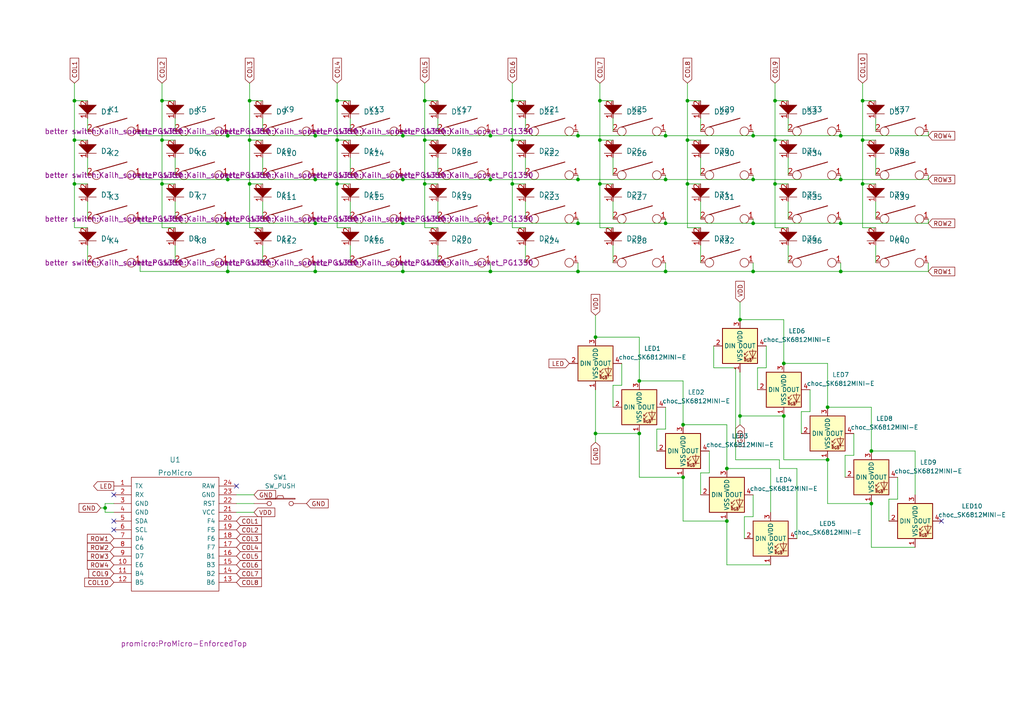
<source format=kicad_sch>
(kicad_sch (version 20211123) (generator eeschema)
  (paper "A4")
  (title_block (title "minikb_v3"))
  (lib_symbols
    (symbol "choc_SK6812MINI-E_1"
      (property "Reference" "LED5" (at 16.51 4.3307 0))
      (property "Value" "choc_SK6812MINI-E_1" (at 16.51 1.7907 0))
      (symbol "choc_SK6812MINI-E_1_0_0"
        (text "RGB" (at 2.286 -4.191 0) (effects (font (size 0.762 0.762))))
      )
      (symbol "choc_SK6812MINI-E_1_1_1"
        (pin power_in line (at 0 -7.62 90) (length 2.54) (name "VSS") (number "1"))
        (pin input line (at -7.62 0 0) (length 2.54) (name "DIN") (number "2"))
        (pin power_in line (at 0 7.62 270) (length 2.54) (name "VDD") (number "3"))
        (pin output line (at 7.62 0 180) (length 2.54) (name "DOUT") (number "4"))
      )
    )
    (symbol "choc_SK6812MINI-E_2"
      (property "Reference" "LED5" (at 16.51 4.3307 0))
      (property "Value" "choc_SK6812MINI-E_2" (at 16.51 1.7907 0))
      (symbol "choc_SK6812MINI-E_2_0_0"
        (text "RGB" (at 2.286 -4.191 0) (effects (font (size 0.762 0.762))))
      )
      (symbol "choc_SK6812MINI-E_2_1_1"
        (pin power_in line (at 0 -7.62 90) (length 2.54) (name "VSS") (number "1"))
        (pin input line (at -7.62 0 0) (length 2.54) (name "DIN") (number "2"))
        (pin power_in line (at 0 7.62 270) (length 2.54) (name "VDD") (number "3"))
        (pin output line (at 7.62 0 180) (length 2.54) (name "DOUT") (number "4"))
      )
    )
    (symbol "choc_SK6812MINI-E_3"
      (property "Reference" "LED5" (at 16.51 4.3307 0))
      (property "Value" "choc_SK6812MINI-E_3" (at 16.51 1.7907 0))
      (symbol "choc_SK6812MINI-E_3_0_0"
        (text "RGB" (at 2.286 -4.191 0) (effects (font (size 0.762 0.762))))
      )
      (symbol "choc_SK6812MINI-E_3_1_1"
        (pin power_in line (at 0 -7.62 90) (length 2.54) (name "VSS") (number "1"))
        (pin input line (at -7.62 0 0) (length 2.54) (name "DIN") (number "2"))
        (pin power_in line (at 0 7.62 270) (length 2.54) (name "VDD") (number "3"))
        (pin output line (at 7.62 0 180) (length 2.54) (name "DOUT") (number "4"))
      )
    )
    (symbol "choc_SK6812MINI-E_4"
      (property "Reference" "LED5" (at 16.51 4.3307 0))
      (property "Value" "choc_SK6812MINI-E_4" (at 16.51 1.7907 0))
      (symbol "choc_SK6812MINI-E_4_0_0"
        (text "RGB" (at 2.286 -4.191 0) (effects (font (size 0.762 0.762))))
      )
      (symbol "choc_SK6812MINI-E_4_1_1"
        (pin power_in line (at 0 -7.62 90) (length 2.54) (name "VSS") (number "1"))
        (pin input line (at -7.62 0 0) (length 2.54) (name "DIN") (number "2"))
        (pin power_in line (at 0 7.62 270) (length 2.54) (name "VDD") (number "3"))
        (pin output line (at 7.62 0 180) (length 2.54) (name "DOUT") (number "4"))
      )
    )
    (symbol "choc_SK6812MINI-E_5"
      (property "Reference" "LED5" (at 16.51 4.3307 0))
      (property "Value" "choc_SK6812MINI-E_5" (at 16.51 1.7907 0))
      (symbol "choc_SK6812MINI-E_5_0_0"
        (text "RGB" (at 2.286 -4.191 0) (effects (font (size 0.762 0.762))))
      )
      (symbol "choc_SK6812MINI-E_5_1_1"
        (pin power_in line (at 0 -7.62 90) (length 2.54) (name "VSS") (number "1"))
        (pin input line (at -7.62 0 0) (length 2.54) (name "DIN") (number "2"))
        (pin power_in line (at 0 7.62 270) (length 2.54) (name "VDD") (number "3"))
        (pin output line (at 7.62 0 180) (length 2.54) (name "DOUT") (number "4"))
      )
    )
    (symbol "choc_SK6812MINI-E_6"
      (property "Reference" "LED5" (at 16.51 4.3307 0))
      (property "Value" "choc_SK6812MINI-E_6" (at 16.51 1.7907 0))
      (symbol "choc_SK6812MINI-E_6_0_0"
        (text "RGB" (at 2.286 -4.191 0) (effects (font (size 0.762 0.762))))
      )
      (symbol "choc_SK6812MINI-E_6_1_1"
        (pin power_in line (at 0 -7.62 90) (length 2.54) (name "VSS") (number "1"))
        (pin input line (at -7.62 0 0) (length 2.54) (name "DIN") (number "2"))
        (pin power_in line (at 0 7.62 270) (length 2.54) (name "VDD") (number "3"))
        (pin output line (at 7.62 0 180) (length 2.54) (name "DOUT") (number "4"))
      )
    )
    (symbol "choc_SK6812MINI-E_7"
      (property "Reference" "LED5" (at 16.51 4.3307 0))
      (property "Value" "choc_SK6812MINI-E_7" (at 16.51 1.7907 0))
      (symbol "choc_SK6812MINI-E_7_0_0"
        (text "RGB" (at 2.286 -4.191 0) (effects (font (size 0.762 0.762))))
      )
      (symbol "choc_SK6812MINI-E_7_1_1"
        (pin power_in line (at 0 -7.62 90) (length 2.54) (name "VSS") (number "1"))
        (pin input line (at -7.62 0 0) (length 2.54) (name "DIN") (number "2"))
        (pin power_in line (at 0 7.62 270) (length 2.54) (name "VDD") (number "3"))
        (pin output line (at 7.62 0 180) (length 2.54) (name "DOUT") (number "4"))
      )
    )
    (symbol "choc_SK6812MINI-E_8"
      (property "Reference" "LED5" (at 16.51 4.3307 0))
      (property "Value" "choc_SK6812MINI-E_8" (at 16.51 1.7907 0))
      (symbol "choc_SK6812MINI-E_8_0_0"
        (text "RGB" (at 2.286 -4.191 0) (effects (font (size 0.762 0.762))))
      )
      (symbol "choc_SK6812MINI-E_8_1_1"
        (pin power_in line (at 0 -7.62 90) (length 2.54) (name "VSS") (number "1"))
        (pin input line (at -7.62 0 0) (length 2.54) (name "DIN") (number "2"))
        (pin power_in line (at 0 7.62 270) (length 2.54) (name "VDD") (number "3"))
        (pin output line (at 7.62 0 180) (length 2.54) (name "DOUT") (number "4"))
      )
    )
    (symbol "choc_SK6812MINI-E_9"
      (property "Reference" "LED5" (at 16.51 4.3307 0))
      (property "Value" "choc_SK6812MINI-E_9" (at 16.51 1.7907 0))
      (symbol "choc_SK6812MINI-E_9_0_0"
        (text "RGB" (at 2.286 -4.191 0) (effects (font (size 0.762 0.762))))
      )
      (symbol "choc_SK6812MINI-E_9_1_1"
        (pin power_in line (at 0 -7.62 90) (length 2.54) (name "VSS") (number "1"))
        (pin input line (at -7.62 0 0) (length 2.54) (name "DIN") (number "2"))
        (pin power_in line (at 0 7.62 270) (length 2.54) (name "VDD") (number "3"))
        (pin output line (at 7.62 0 180) (length 2.54) (name "DOUT") (number "4"))
      )
    )
    (symbol "keyboard parts:choc_SK6812MINI-E"
      (property "Reference" "LED5" (at 16.51 4.3307 0))
      (property "Value" "choc_SK6812MINI-E" (at 16.51 1.7907 0))
      (symbol "choc_SK6812MINI-E_0_0"
        (text "RGB" (at 2.286 -4.191 0) (effects (font (size 0.762 0.762))))
      )
      (symbol "choc_SK6812MINI-E_1_1"
        (pin power_in line (at 0 -7.62 90) (length 2.54) (name "VSS") (number "1"))
        (pin input line (at -7.62 0 0) (length 2.54) (name "DIN") (number "2"))
        (pin power_in line (at 0 7.62 270) (length 2.54) (name "VDD") (number "3"))
        (pin output line (at 7.62 0 180) (length 2.54) (name "DOUT") (number "4"))
      )
    )
    (symbol "keyboard:D" (pin_names (offset 1.016))
      (property "Reference" "D" (at -3.81 -1.27 90))
      (symbol "D_1_1"
        (pin passive line (at 0 1.27 270) (length 1.27) (name "~") (number "1"))
        (pin passive line (at 0 -3.81 90) (length 1.27) (name "~") (number "2"))
      )
    )
    (symbol "keyboard:KEYSW" (pin_names (offset 1.016))
      (property "Reference" "K?" (at -1.27 0 0))
      (symbol "KEYSW_1_1"
        (pin passive line (at 7.62 0 180) (length 1.27) (name "~") (number "1"))
        (pin passive line (at -7.62 0 0) (length 1.27) (name "~") (number "2"))
      )
    )
    (symbol "keyboard:SW_PUSH" (pin_numbers hide) (pin_names (offset 1.016) hide)
      (property "Reference" "SW" (at 3.81 2.794 0))
      (property "Value" "SW_PUSH" (at 0 -2.032 0))
      (symbol "SW_PUSH_0_1"
        (pin passive inverted (at -7.62 0 0) (length 5.08) (name "1") (number "1"))
        (pin passive inverted (at 7.62 0 180) (length 5.08) (name "2") (number "2"))
      )
    )
    (symbol "promicro:ProMicro" (pin_names (offset 1.016))
      (property "Reference" "U" (at 0 24.13 0))
      (property "Value" "ProMicro" (at 0 -13.97 0))
      (symbol "ProMicro_1_1"
        (pin bidirectional line (at -17.78 19.05 0) (length 5.08) (name "TX") (number "1"))
        (pin bidirectional line (at -17.78 -3.81 0) (length 5.08) (name "E6") (number "10"))
        (pin bidirectional line (at -17.78 -6.35 0) (length 5.08) (name "B4") (number "11"))
        (pin bidirectional line (at -17.78 -8.89 0) (length 5.08) (name "B5") (number "12"))
        (pin bidirectional line (at 17.78 -8.89 180) (length 5.08) (name "B6") (number "13"))
        (pin bidirectional line (at 17.78 -6.35 180) (length 5.08) (name "B2") (number "14"))
        (pin bidirectional line (at 17.78 -3.81 180) (length 5.08) (name "B3") (number "15"))
        (pin bidirectional line (at 17.78 -1.27 180) (length 5.08) (name "B1") (number "16"))
        (pin bidirectional line (at 17.78 1.27 180) (length 5.08) (name "F7") (number "17"))
        (pin bidirectional line (at 17.78 3.81 180) (length 5.08) (name "F6") (number "18"))
        (pin bidirectional line (at 17.78 6.35 180) (length 5.08) (name "F5") (number "19"))
        (pin bidirectional line (at -17.78 16.51 0) (length 5.08) (name "RX") (number "2"))
        (pin bidirectional line (at 17.78 8.89 180) (length 5.08) (name "F4") (number "20"))
        (pin power_in line (at 17.78 11.43 180) (length 5.08) (name "VCC") (number "21"))
        (pin input line (at 17.78 13.97 180) (length 5.08) (name "RST") (number "22"))
        (pin power_in line (at 17.78 16.51 180) (length 5.08) (name "GND") (number "23"))
        (pin power_out line (at 17.78 19.05 180) (length 5.08) (name "RAW") (number "24"))
        (pin power_in line (at -17.78 13.97 0) (length 5.08) (name "GND") (number "3"))
        (pin power_in line (at -17.78 11.43 0) (length 5.08) (name "GND") (number "4"))
        (pin bidirectional line (at -17.78 8.89 0) (length 5.08) (name "SDA") (number "5"))
        (pin bidirectional line (at -17.78 6.35 0) (length 5.08) (name "SCL") (number "6"))
        (pin bidirectional line (at -17.78 3.81 0) (length 5.08) (name "D4") (number "7"))
        (pin bidirectional line (at -17.78 1.27 0) (length 5.08) (name "C6") (number "8"))
        (pin bidirectional line (at -17.78 -1.27 0) (length 5.08) (name "D7") (number "9"))
      )
    )
  )
  (junction (at 173.99 40.64))
  (junction (at 240.03 118.11))
  (junction (at 214.63 120.65))
  (junction (at 142.24 78.74))
  (junction (at 199.39 29.21))
  (junction (at 173.99 29.21))
  (junction (at 72.39 40.64))
  (junction (at 148.59 40.64))
  (junction (at 30.48 147.32))
  (junction (at 21.59 29.21))
  (junction (at 243.84 64.77))
  (junction (at 116.84 64.77))
  (junction (at 167.64 64.77))
  (junction (at 210.82 151.13))
  (junction (at 116.84 39.37))
  (junction (at 46.99 53.34))
  (junction (at 173.99 53.34))
  (junction (at 46.99 29.21))
  (junction (at 148.59 29.21))
  (junction (at 116.84 78.74))
  (junction (at 148.59 53.34))
  (junction (at 123.19 40.64))
  (junction (at 185.42 125.73))
  (junction (at 167.64 78.74))
  (junction (at 199.39 40.64))
  (junction (at 218.44 39.37))
  (junction (at 116.84 52.07))
  (junction (at 91.44 39.37))
  (junction (at 243.84 39.37))
  (junction (at 97.79 40.64))
  (junction (at 91.44 64.77))
  (junction (at 185.42 110.49))
  (junction (at 66.04 64.77))
  (junction (at 218.44 64.77))
  (junction (at 218.44 78.74))
  (junction (at 252.73 130.81))
  (junction (at 123.19 29.21))
  (junction (at 142.24 64.77))
  (junction (at 46.99 40.64))
  (junction (at 227.33 120.65))
  (junction (at 97.79 29.21))
  (junction (at 240.03 133.35))
  (junction (at 142.24 39.37))
  (junction (at 97.79 53.34))
  (junction (at 91.44 52.07))
  (junction (at 252.73 146.05))
  (junction (at 218.44 52.07))
  (junction (at 198.12 138.43))
  (junction (at 66.04 39.37))
  (junction (at 91.44 78.74))
  (junction (at 199.39 53.34))
  (junction (at 142.24 52.07))
  (junction (at 224.79 40.64))
  (junction (at 250.19 29.21))
  (junction (at 193.04 64.77))
  (junction (at 198.12 123.19))
  (junction (at 214.63 92.71))
  (junction (at 21.59 40.64))
  (junction (at 193.04 78.74))
  (junction (at 21.59 53.34))
  (junction (at 66.04 78.74))
  (junction (at 167.64 39.37))
  (junction (at 210.82 135.89))
  (junction (at 224.79 29.21))
  (junction (at 172.72 125.73))
  (junction (at 72.39 29.21))
  (junction (at 250.19 40.64))
  (junction (at 167.64 52.07))
  (junction (at 123.19 53.34))
  (junction (at 193.04 52.07))
  (junction (at 227.33 105.41))
  (junction (at 66.04 52.07))
  (junction (at 250.19 53.34))
  (junction (at 243.84 78.74))
  (junction (at 224.79 53.34))
  (junction (at 193.04 39.37))
  (junction (at 243.84 52.07))
  (junction (at 72.39 53.34))
  (junction (at 172.72 97.79))
  (no_connect (at 68.58 140.97))
  (no_connect (at 33.02 151.13))
  (no_connect (at 33.02 153.67))
  (no_connect (at 33.02 143.51))
  (no_connect (at 273.05 151.13))
  (wire (pts (xy 91.44 78.74) (xy 116.84 78.74)))
  (wire (pts (xy 116.84 52.07) (xy 142.24 52.07)))
  (wire (pts (xy 180.34 105.41) (xy 180.34 111.76)))
  (wire (pts (xy 199.39 29.21) (xy 203.2 29.21)))
  (wire (pts (xy 193.04 64.77) (xy 193.04 63.5)))
  (wire (pts (xy 173.99 29.21) (xy 177.8 29.21)))
  (wire (pts (xy 116.84 64.77) (xy 116.84 63.5)))
  (wire (pts (xy 91.44 78.74) (xy 91.44 76.2)))
  (wire (pts (xy 193.04 124.46) (xy 190.5 124.46)))
  (wire (pts (xy 254 58.42) (xy 254 63.5)))
  (wire (pts (xy 265.43 130.81) (xy 265.43 143.51)))
  (wire (pts (xy 116.84 78.74) (xy 142.24 78.74)))
  (wire (pts (xy 177.8 58.42) (xy 177.8 63.5)))
  (wire (pts (xy 21.59 53.34) (xy 21.59 66.04)))
  (wire (pts (xy 33.02 146.05) (xy 30.48 146.05)))
  (wire (pts (xy 46.99 53.34) (xy 50.8 53.34)))
  (wire (pts (xy 91.44 64.77) (xy 91.44 63.5)))
  (wire (pts (xy 97.79 29.21) (xy 101.6 29.21)))
  (wire (pts (xy 101.6 45.72) (xy 101.6 50.8)))
  (wire (pts (xy 72.39 24.13) (xy 72.39 29.21)))
  (wire (pts (xy 21.59 53.34) (xy 25.4 53.34)))
  (wire (pts (xy 66.04 64.77) (xy 66.04 63.5)))
  (wire (pts (xy 207.01 106.68) (xy 207.01 100.33)))
  (wire (pts (xy 218.44 52.07) (xy 243.84 52.07)))
  (wire (pts (xy 142.24 52.07) (xy 167.64 52.07)))
  (wire (pts (xy 72.39 29.21) (xy 76.2 29.21)))
  (wire (pts (xy 76.2 71.12) (xy 76.2 76.2)))
  (wire (pts (xy 199.39 40.64) (xy 203.2 40.64)))
  (wire (pts (xy 210.82 163.83) (xy 223.52 163.83)))
  (wire (pts (xy 123.19 24.13) (xy 123.19 29.21)))
  (wire (pts (xy 173.99 53.34) (xy 177.8 53.34)))
  (wire (pts (xy 46.99 40.64) (xy 46.99 53.34)))
  (wire (pts (xy 252.73 130.81) (xy 265.43 130.81)))
  (wire (pts (xy 198.12 123.19) (xy 210.82 123.19)))
  (wire (pts (xy 224.79 53.34) (xy 228.6 53.34)))
  (wire (pts (xy 152.4 34.29) (xy 152.4 38.1)))
  (wire (pts (xy 101.6 71.12) (xy 101.6 76.2)))
  (wire (pts (xy 250.19 53.34) (xy 254 53.34)))
  (wire (pts (xy 148.59 29.21) (xy 152.4 29.21)))
  (wire (pts (xy 97.79 40.64) (xy 101.6 40.64)))
  (wire (pts (xy 257.81 144.78) (xy 257.81 151.13)))
  (wire (pts (xy 167.64 39.37) (xy 193.04 39.37)))
  (wire (pts (xy 231.14 135.89) (xy 226.06 135.89)))
  (wire (pts (xy 260.35 144.78) (xy 257.81 144.78)))
  (wire (pts (xy 46.99 40.64) (xy 50.8 40.64)))
  (wire (pts (xy 240.03 146.05) (xy 252.73 146.05)))
  (wire (pts (xy 46.99 29.21) (xy 46.99 40.64)))
  (wire (pts (xy 243.84 64.77) (xy 243.84 63.5)))
  (wire (pts (xy 214.63 92.71) (xy 227.33 92.71)))
  (wire (pts (xy 50.8 29.21) (xy 46.99 29.21)))
  (wire (pts (xy 76.2 58.42) (xy 76.2 63.5)))
  (wire (pts (xy 46.99 66.04) (xy 50.8 66.04)))
  (wire (pts (xy 116.84 39.37) (xy 142.24 39.37)))
  (wire (pts (xy 224.79 29.21) (xy 228.6 29.21)))
  (wire (pts (xy 25.4 34.29) (xy 25.4 38.1)))
  (wire (pts (xy 97.79 24.13) (xy 97.79 29.21)))
  (wire (pts (xy 269.24 78.74) (xy 269.24 76.2)))
  (wire (pts (xy 199.39 66.04) (xy 203.2 66.04)))
  (wire (pts (xy 193.04 78.74) (xy 193.04 76.2)))
  (wire (pts (xy 214.63 87.63) (xy 214.63 92.71)))
  (wire (pts (xy 243.84 52.07) (xy 269.24 52.07)))
  (wire (pts (xy 127 34.29) (xy 127 38.1)))
  (wire (pts (xy 210.82 151.13) (xy 210.82 163.83)))
  (wire (pts (xy 76.2 34.29) (xy 76.2 38.1)))
  (wire (pts (xy 224.79 53.34) (xy 224.79 66.04)))
  (wire (pts (xy 250.19 29.21) (xy 250.19 40.64)))
  (wire (pts (xy 185.42 97.79) (xy 185.42 110.49)))
  (wire (pts (xy 116.84 39.37) (xy 116.84 38.1)))
  (wire (pts (xy 30.48 146.05) (xy 30.48 147.32)))
  (wire (pts (xy 167.64 52.07) (xy 167.64 50.8)))
  (wire (pts (xy 214.63 120.65) (xy 214.63 123.19)))
  (wire (pts (xy 25.4 45.72) (xy 25.4 50.8)))
  (wire (pts (xy 72.39 53.34) (xy 72.39 66.04)))
  (wire (pts (xy 148.59 40.64) (xy 148.59 53.34)))
  (wire (pts (xy 123.19 29.21) (xy 123.19 40.64)))
  (wire (pts (xy 76.2 45.72) (xy 76.2 50.8)))
  (wire (pts (xy 224.79 40.64) (xy 228.6 40.64)))
  (wire (pts (xy 123.19 40.64) (xy 127 40.64)))
  (wire (pts (xy 214.63 120.65) (xy 227.33 120.65)))
  (wire (pts (xy 185.42 125.73) (xy 185.42 138.43)))
  (wire (pts (xy 30.48 147.32) (xy 30.48 148.59)))
  (wire (pts (xy 66.04 52.07) (xy 66.04 50.8)))
  (wire (pts (xy 40.64 64.77) (xy 66.04 64.77)))
  (wire (pts (xy 72.39 66.04) (xy 76.2 66.04)))
  (wire (pts (xy 243.84 39.37) (xy 269.24 39.37)))
  (wire (pts (xy 66.04 39.37) (xy 66.04 38.1)))
  (wire (pts (xy 218.44 143.51) (xy 218.44 149.86)))
  (wire (pts (xy 234.95 113.03) (xy 234.95 119.38)))
  (wire (pts (xy 123.19 29.21) (xy 127 29.21)))
  (wire (pts (xy 127 45.72) (xy 127 50.8)))
  (wire (pts (xy 97.79 40.64) (xy 97.79 53.34)))
  (wire (pts (xy 116.84 52.07) (xy 116.84 50.8)))
  (wire (pts (xy 224.79 29.21) (xy 224.79 40.64)))
  (wire (pts (xy 218.44 39.37) (xy 218.44 38.1)))
  (wire (pts (xy 243.84 78.74) (xy 269.24 78.74)))
  (wire (pts (xy 101.6 58.42) (xy 101.6 63.5)))
  (wire (pts (xy 245.11 132.08) (xy 245.11 138.43)))
  (wire (pts (xy 224.79 40.64) (xy 224.79 53.34)))
  (wire (pts (xy 240.03 105.41) (xy 240.03 118.11)))
  (wire (pts (xy 29.21 147.32) (xy 30.48 147.32)))
  (wire (pts (xy 224.79 24.13) (xy 224.79 29.21)))
  (wire (pts (xy 50.8 71.12) (xy 50.8 76.2)))
  (wire (pts (xy 252.73 146.05) (xy 252.73 158.75)))
  (wire (pts (xy 21.59 66.04) (xy 25.4 66.04)))
  (wire (pts (xy 228.6 34.29) (xy 228.6 38.1)))
  (wire (pts (xy 91.44 64.77) (xy 116.84 64.77)))
  (wire (pts (xy 224.79 66.04) (xy 228.6 66.04)))
  (wire (pts (xy 193.04 39.37) (xy 218.44 39.37)))
  (wire (pts (xy 250.19 53.34) (xy 250.19 66.04)))
  (wire (pts (xy 127 71.12) (xy 127 76.2)))
  (wire (pts (xy 97.79 53.34) (xy 101.6 53.34)))
  (wire (pts (xy 190.5 124.46) (xy 190.5 130.81)))
  (wire (pts (xy 203.2 58.42) (xy 203.2 63.5)))
  (wire (pts (xy 46.99 24.13) (xy 46.99 29.21)))
  (wire (pts (xy 50.8 45.72) (xy 50.8 50.8)))
  (wire (pts (xy 167.64 64.77) (xy 193.04 64.77)))
  (wire (pts (xy 203.2 34.29) (xy 203.2 38.1)))
  (wire (pts (xy 50.8 58.42) (xy 50.8 63.5)))
  (wire (pts (xy 123.19 40.64) (xy 123.19 53.34)))
  (wire (pts (xy 50.8 34.29) (xy 50.8 38.1)))
  (wire (pts (xy 218.44 64.77) (xy 243.84 64.77)))
  (wire (pts (xy 40.64 63.5) (xy 40.64 64.77)))
  (wire (pts (xy 198.12 138.43) (xy 198.12 151.13)))
  (wire (pts (xy 142.24 52.07) (xy 142.24 50.8)))
  (wire (pts (xy 177.8 34.29) (xy 177.8 38.1)))
  (wire (pts (xy 173.99 53.34) (xy 173.99 66.04)))
  (wire (pts (xy 213.36 133.35) (xy 226.06 133.35)))
  (wire (pts (xy 167.64 78.74) (xy 167.64 76.2)))
  (wire (pts (xy 254 34.29) (xy 254 38.1)))
  (wire (pts (xy 21.59 29.21) (xy 25.4 29.21)))
  (wire (pts (xy 193.04 52.07) (xy 193.04 50.8)))
  (wire (pts (xy 173.99 66.04) (xy 177.8 66.04)))
  (wire (pts (xy 213.36 133.35) (xy 213.36 106.68)))
  (wire (pts (xy 167.64 78.74) (xy 193.04 78.74)))
  (wire (pts (xy 72.39 53.34) (xy 76.2 53.34)))
  (wire (pts (xy 254 45.72) (xy 254 50.8)))
  (wire (pts (xy 148.59 40.64) (xy 152.4 40.64)))
  (wire (pts (xy 218.44 64.77) (xy 218.44 63.5)))
  (wire (pts (xy 123.19 66.04) (xy 127 66.04)))
  (wire (pts (xy 250.19 40.64) (xy 250.19 53.34)))
  (wire (pts (xy 193.04 78.74) (xy 218.44 78.74)))
  (wire (pts (xy 152.4 58.42) (xy 152.4 63.5)))
  (wire (pts (xy 247.65 125.73) (xy 247.65 132.08)))
  (wire (pts (xy 21.59 24.13) (xy 21.59 29.21)))
  (wire (pts (xy 205.74 130.81) (xy 205.74 137.16)))
  (wire (pts (xy 199.39 53.34) (xy 203.2 53.34)))
  (wire (pts (xy 250.19 40.64) (xy 254 40.64)))
  (wire (pts (xy 173.99 24.13) (xy 173.99 29.21)))
  (wire (pts (xy 73.66 148.59) (xy 68.58 148.59)))
  (wire (pts (xy 172.72 91.44) (xy 172.72 97.79)))
  (wire (pts (xy 250.19 29.21) (xy 254 29.21)))
  (wire (pts (xy 123.19 53.34) (xy 127 53.34)))
  (wire (pts (xy 152.4 71.12) (xy 152.4 76.2)))
  (wire (pts (xy 148.59 53.34) (xy 152.4 53.34)))
  (wire (pts (xy 167.64 52.07) (xy 193.04 52.07)))
  (wire (pts (xy 91.44 39.37) (xy 116.84 39.37)))
  (wire (pts (xy 193.04 52.07) (xy 218.44 52.07)))
  (wire (pts (xy 25.4 71.12) (xy 25.4 76.2)))
  (wire (pts (xy 193.04 64.77) (xy 218.44 64.77)))
  (wire (pts (xy 222.25 106.68) (xy 219.71 106.68)))
  (wire (pts (xy 193.04 118.11) (xy 193.04 124.46)))
  (wire (pts (xy 172.72 125.73) (xy 172.72 128.27)))
  (wire (pts (xy 101.6 34.29) (xy 101.6 38.1)))
  (wire (pts (xy 97.79 53.34) (xy 97.79 66.04)))
  (wire (pts (xy 232.41 119.38) (xy 232.41 125.73)))
  (wire (pts (xy 123.19 53.34) (xy 123.19 66.04)))
  (wire (pts (xy 142.24 78.74) (xy 167.64 78.74)))
  (wire (pts (xy 243.84 64.77) (xy 269.24 64.77)))
  (wire (pts (xy 167.64 39.37) (xy 167.64 38.1)))
  (wire (pts (xy 218.44 78.74) (xy 218.44 76.2)))
  (wire (pts (xy 210.82 135.89) (xy 223.52 135.89)))
  (wire (pts (xy 173.99 40.64) (xy 173.99 53.34)))
  (wire (pts (xy 227.33 92.71) (xy 227.33 105.41)))
  (wire (pts (xy 116.84 64.77) (xy 142.24 64.77)))
  (wire (pts (xy 91.44 52.07) (xy 116.84 52.07)))
  (wire (pts (xy 142.24 39.37) (xy 167.64 39.37)))
  (wire (pts (xy 228.6 45.72) (xy 228.6 50.8)))
  (wire (pts (xy 228.6 58.42) (xy 228.6 63.5)))
  (wire (pts (xy 21.59 29.21) (xy 21.59 40.64)))
  (wire (pts (xy 40.64 76.2) (xy 40.64 78.74)))
  (wire (pts (xy 142.24 78.74) (xy 142.24 76.2)))
  (wire (pts (xy 215.9 149.86) (xy 215.9 156.21)))
  (wire (pts (xy 68.58 146.05) (xy 73.66 146.05)))
  (wire (pts (xy 199.39 24.13) (xy 199.39 29.21)))
  (wire (pts (xy 73.66 143.51) (xy 68.58 143.51)))
  (wire (pts (xy 219.71 106.68) (xy 219.71 113.03)))
  (wire (pts (xy 203.2 71.12) (xy 203.2 76.2)))
  (wire (pts (xy 247.65 132.08) (xy 245.11 132.08)))
  (wire (pts (xy 226.06 135.89) (xy 226.06 133.35)))
  (wire (pts (xy 250.19 24.13) (xy 250.19 29.21)))
  (wire (pts (xy 269.24 64.77) (xy 269.24 63.5)))
  (wire (pts (xy 218.44 52.07) (xy 218.44 50.8)))
  (wire (pts (xy 218.44 149.86) (xy 215.9 149.86)))
  (wire (pts (xy 199.39 53.34) (xy 199.39 66.04)))
  (wire (pts (xy 172.72 125.73) (xy 185.42 125.73)))
  (wire (pts (xy 193.04 39.37) (xy 193.04 38.1)))
  (wire (pts (xy 142.24 64.77) (xy 142.24 63.5)))
  (wire (pts (xy 177.8 111.76) (xy 177.8 118.11)))
  (wire (pts (xy 227.33 105.41) (xy 240.03 105.41)))
  (wire (pts (xy 152.4 45.72) (xy 152.4 50.8)))
  (wire (pts (xy 66.04 52.07) (xy 91.44 52.07)))
  (wire (pts (xy 21.59 40.64) (xy 21.59 53.34)))
  (wire (pts (xy 30.48 148.59) (xy 33.02 148.59)))
  (wire (pts (xy 210.82 123.19) (xy 210.82 135.89)))
  (wire (pts (xy 40.64 78.74) (xy 66.04 78.74)))
  (wire (pts (xy 269.24 39.37) (xy 269.24 38.1)))
  (wire (pts (xy 243.84 39.37) (xy 243.84 38.1)))
  (wire (pts (xy 66.04 39.37) (xy 91.44 39.37)))
  (wire (pts (xy 203.2 137.16) (xy 203.2 143.51)))
  (wire (pts (xy 240.03 133.35) (xy 240.03 146.05)))
  (wire (pts (xy 148.59 53.34) (xy 148.59 66.04)))
  (wire (pts (xy 231.14 156.21) (xy 231.14 135.89)))
  (wire (pts (xy 142.24 64.77) (xy 167.64 64.77)))
  (wire (pts (xy 252.73 118.11) (xy 252.73 130.81)))
  (wire (pts (xy 198.12 151.13) (xy 210.82 151.13)))
  (wire (pts (xy 213.36 106.68) (xy 207.01 106.68)))
  (wire (pts (xy 127 58.42) (xy 127 63.5)))
  (wire (pts (xy 172.72 97.79) (xy 185.42 97.79)))
  (wire (pts (xy 227.33 120.65) (xy 227.33 133.35)))
  (wire (pts (xy 199.39 29.21) (xy 199.39 40.64)))
  (wire (pts (xy 234.95 119.38) (xy 232.41 119.38)))
  (wire (pts (xy 66.04 78.74) (xy 66.04 76.2)))
  (wire (pts (xy 185.42 110.49) (xy 198.12 110.49)))
  (wire (pts (xy 40.64 52.07) (xy 66.04 52.07)))
  (wire (pts (xy 203.2 45.72) (xy 203.2 50.8)))
  (wire (pts (xy 97.79 66.04) (xy 101.6 66.04)))
  (wire (pts (xy 40.64 39.37) (xy 66.04 39.37)))
  (wire (pts (xy 116.84 78.74) (xy 116.84 76.2)))
  (wire (pts (xy 40.64 38.1) (xy 40.64 39.37)))
  (wire (pts (xy 25.4 58.42) (xy 25.4 63.5)))
  (wire (pts (xy 243.84 78.74) (xy 243.84 76.2)))
  (wire (pts (xy 254 71.12) (xy 254 76.2)))
  (wire (pts (xy 214.63 107.95) (xy 214.63 120.65)))
  (wire (pts (xy 91.44 39.37) (xy 91.44 38.1)))
  (wire (pts (xy 167.64 64.77) (xy 167.64 63.5)))
  (wire (pts (xy 72.39 40.64) (xy 76.2 40.64)))
  (wire (pts (xy 97.79 29.21) (xy 97.79 40.64)))
  (wire (pts (xy 66.04 78.74) (xy 91.44 78.74)))
  (wire (pts (xy 173.99 29.21) (xy 173.99 40.64)))
  (wire (pts (xy 177.8 45.72) (xy 177.8 50.8)))
  (wire (pts (xy 218.44 78.74) (xy 243.84 78.74)))
  (wire (pts (xy 260.35 138.43) (xy 260.35 144.78)))
  (wire (pts (xy 228.6 71.12) (xy 228.6 76.2)))
  (wire (pts (xy 222.25 100.33) (xy 222.25 106.68)))
  (wire (pts (xy 218.44 39.37) (xy 243.84 39.37)))
  (wire (pts (xy 21.59 40.64) (xy 25.4 40.64)))
  (wire (pts (xy 91.44 52.07) (xy 91.44 50.8)))
  (wire (pts (xy 185.42 138.43) (xy 198.12 138.43)))
  (wire (pts (xy 142.24 39.37) (xy 142.24 38.1)))
  (wire (pts (xy 269.24 52.07) (xy 269.24 50.8)))
  (wire (pts (xy 46.99 53.34) (xy 46.99 66.04)))
  (wire (pts (xy 177.8 71.12) (xy 177.8 76.2)))
  (wire (pts (xy 227.33 133.35) (xy 240.03 133.35)))
  (wire (pts (xy 40.64 50.8) (xy 40.64 52.07)))
  (wire (pts (xy 66.04 64.77) (xy 91.44 64.77)))
  (wire (pts (xy 172.72 113.03) (xy 172.72 125.73)))
  (wire (pts (xy 252.73 158.75) (xy 265.43 158.75)))
  (wire (pts (xy 198.12 110.49) (xy 198.12 123.19)))
  (wire (pts (xy 148.59 24.13) (xy 148.59 29.21)))
  (wire (pts (xy 173.99 40.64) (xy 177.8 40.64)))
  (wire (pts (xy 72.39 40.64) (xy 72.39 53.34)))
  (wire (pts (xy 72.39 29.21) (xy 72.39 40.64)))
  (wire (pts (xy 199.39 40.64) (xy 199.39 53.34)))
  (wire (pts (xy 148.59 66.04) (xy 152.4 66.04)))
  (wire (pts (xy 250.19 66.04) (xy 254 66.04)))
  (wire (pts (xy 243.84 52.07) (xy 243.84 50.8)))
  (wire (pts (xy 223.52 135.89) (xy 223.52 148.59)))
  (wire (pts (xy 148.59 29.21) (xy 148.59 40.64)))
  (wire (pts (xy 240.03 118.11) (xy 252.73 118.11)))
  (wire (pts (xy 205.74 137.16) (xy 203.2 137.16)))
  (wire (pts (xy 180.34 111.76) (xy 177.8 111.76)))
  (global_label "ROW1" (shape input) (at 269.24 78.74 0) (property "Intersheet References" "${INTERSHEET_REFS}" (effects hide)))
  (global_label "COL1" (shape input) (at 21.59 24.13 90) (property "Intersheet References" "${INTERSHEET_REFS}" (effects hide)))
  (global_label "COL8" (shape input) (at 68.58 168.91 0) (property "Intersheet References" "${INTERSHEET_REFS}" (effects hide)))
  (global_label "COL7" (shape input) (at 68.58 166.37 0) (property "Intersheet References" "${INTERSHEET_REFS}" (effects hide)))
  (global_label "COL5" (shape input) (at 68.58 161.29 0) (property "Intersheet References" "${INTERSHEET_REFS}" (effects hide)))
  (global_label "LED" (shape input) (at 165.1 105.41 180) (property "Intersheet References" "${INTERSHEET_REFS}" (effects hide)))
  (global_label "COL9" (shape input) (at 224.79 24.13 90) (property "Intersheet References" "${INTERSHEET_REFS}" (effects hide)))
  (global_label "COL1" (shape input) (at 68.58 151.13 0) (property "Intersheet References" "${INTERSHEET_REFS}" (effects hide)))
  (global_label "COL3" (shape input) (at 68.58 156.21 0) (property "Intersheet References" "${INTERSHEET_REFS}" (effects hide)))
  (global_label "COL4" (shape input) (at 68.58 158.75 0) (property "Intersheet References" "${INTERSHEET_REFS}" (effects hide)))
  (global_label "VDD" (shape input) (at 214.63 87.63 90) (property "Intersheet References" "${INTERSHEET_REFS}" (effects hide)))
  (global_label "COL8" (shape input) (at 199.39 24.13 90) (property "Intersheet References" "${INTERSHEET_REFS}" (effects hide)))
  (global_label "COL2" (shape input) (at 46.99 24.13 90) (property "Intersheet References" "${INTERSHEET_REFS}" (effects hide)))
  (global_label "COL10" (shape input) (at 33.02 168.91 180) (property "Intersheet References" "${INTERSHEET_REFS}" (effects hide)))
  (global_label "COL2" (shape input) (at 68.58 153.67 0) (property "Intersheet References" "${INTERSHEET_REFS}" (effects hide)))
  (global_label "ROW4" (shape input) (at 269.24 39.37 0) (property "Intersheet References" "${INTERSHEET_REFS}" (effects hide)))
  (global_label "GND" (shape input) (at 29.21 147.32 180) (property "Intersheet References" "${INTERSHEET_REFS}" (effects hide)))
  (global_label "COL6" (shape input) (at 148.59 24.13 90) (property "Intersheet References" "${INTERSHEET_REFS}" (effects hide)))
  (global_label "COL3" (shape input) (at 72.39 24.13 90) (property "Intersheet References" "${INTERSHEET_REFS}" (effects hide)))
  (global_label "GND" (shape input) (at 172.72 128.27 270) (property "Intersheet References" "${INTERSHEET_REFS}" (effects hide)))
  (global_label "COL9" (shape input) (at 33.02 166.37 180) (property "Intersheet References" "${INTERSHEET_REFS}" (effects hide)))
  (global_label "ROW2" (shape input) (at 269.24 64.77 0) (property "Intersheet References" "${INTERSHEET_REFS}" (effects hide)))
  (global_label "ROW1" (shape input) (at 33.02 156.21 180) (property "Intersheet References" "${INTERSHEET_REFS}" (effects hide)))
  (global_label "ROW3" (shape input) (at 269.24 52.07 0) (property "Intersheet References" "${INTERSHEET_REFS}" (effects hide)))
  (global_label "COL7" (shape input) (at 173.99 24.13 90) (property "Intersheet References" "${INTERSHEET_REFS}" (effects hide)))
  (global_label "COL6" (shape input) (at 68.58 163.83 0) (property "Intersheet References" "${INTERSHEET_REFS}" (effects hide)))
  (global_label "ROW2" (shape input) (at 33.02 158.75 180) (property "Intersheet References" "${INTERSHEET_REFS}" (effects hide)))
  (global_label "GND" (shape input) (at 73.66 143.51 0) (property "Intersheet References" "${INTERSHEET_REFS}" (effects hide)))
  (global_label "VDD" (shape input) (at 73.66 148.59 0) (property "Intersheet References" "${INTERSHEET_REFS}" (effects hide)))
  (global_label "VDD" (shape input) (at 172.72 91.44 90) (property "Intersheet References" "${INTERSHEET_REFS}" (effects hide)))
  (global_label "LED" (shape output) (at 33.02 140.97 180) (property "Intersheet References" "${INTERSHEET_REFS}" (effects hide)))
  (global_label "GND" (shape input) (at 88.9 146.05 0) (property "Intersheet References" "${INTERSHEET_REFS}" (effects hide)))
  (global_label "ROW4" (shape input) (at 33.02 163.83 180) (property "Intersheet References" "${INTERSHEET_REFS}" (effects hide)))
  (global_label "COL10" (shape input) (at 250.19 24.13 90) (property "Intersheet References" "${INTERSHEET_REFS}" (effects hide)))
  (global_label "COL4" (shape input) (at 97.79 24.13 90) (property "Intersheet References" "${INTERSHEET_REFS}" (effects hide)))
  (global_label "ROW3" (shape input) (at 33.02 161.29 180) (property "Intersheet References" "${INTERSHEET_REFS}" (effects hide)))
  (global_label "COL5" (shape input) (at 123.19 24.13 90) (property "Intersheet References" "${INTERSHEET_REFS}" (effects hide)))
  (global_label "GND" (shape input) (at 214.63 123.19 270) (property "Intersheet References" "${INTERSHEET_REFS}" (effects hide)))
  (symbol (lib_id "keyboard:KEYSW") (at 134.62 38.1 0) (unit 1)
    (property "Reference" "K17" (at 134.62 31.75 0) (effects (font (size 1.524 1.524))))
    (property "Value" "KEYSW" (effects hide))
    (property "Footprint" "better switch:Kailh_socket_PG1350" (at 134.62 38.1 0) (effects (font (size 1.524 1.524))))
  )
  (symbol (lib_id "keyboard:D") (at 76.2 33.02 180) (unit 1)
    (property "Reference" "D9" (at 80.01 32.385 0) (effects (font (size 1.524 1.524)) (justify right)))
    (property "Value" "D" (effects hide))
    (property "Footprint" "misc:D_axial" (effects hide))
  )
  (symbol (lib_id "keyboard:D") (at 50.8 69.85 180) (unit 1)
    (property "Reference" "D8" (at 54.61 69.215 0) (effects (font (size 1.524 1.524)) (justify right)))
    (property "Value" "D" (effects hide))
    (property "Footprint" "misc:D_axial" (effects hide))
  )
  (symbol (lib_name "choc_SK6812MINI-E_7") (lib_id "keyboard parts:choc_SK6812MINI-E") (at 252.73 138.43 0) (unit 1)
    (property "Reference" "LED9" (at 269.24 134.0993 0))
    (property "Value" "choc_SK6812MINI-E" (at 269.24 136.6393 0))
    (property "Footprint" "led:LED_SK6812_PLCC4_5.0x5.0mm_P3.2mm" (effects hide))
  )
  (symbol (lib_id "keyboard:KEYSW") (at 33.02 76.2 0) (unit 1)
    (property "Reference" "K4" (at 33.02 69.85 0) (effects (font (size 1.524 1.524))))
    (property "Value" "KEYSW" (effects hide))
    (property "Footprint" "better switch:Kailh_socket_PG1350" (at 33.02 76.2 0) (effects (font (size 1.524 1.524))))
  )
  (symbol (lib_id "keyboard:KEYSW") (at 134.62 76.2 0) (unit 1)
    (property "Reference" "K20" (at 134.62 69.85 0) (effects (font (size 1.524 1.524))))
    (property "Value" "KEYSW" (effects hide))
    (property "Footprint" "better switch:Kailh_socket_PG1350" (at 134.62 76.2 0) (effects (font (size 1.524 1.524))))
  )
  (symbol (lib_id "keyboard:KEYSW") (at 58.42 63.5 0) (unit 1)
    (property "Reference" "K7" (at 58.42 57.15 0) (effects (font (size 1.524 1.524))))
    (property "Value" "KEYSW" (effects hide))
    (property "Footprint" "better switch:Kailh_socket_PG1350" (at 58.42 63.5 0) (effects (font (size 1.524 1.524))))
  )
  (symbol (lib_id "keyboard:KEYSW") (at 236.22 63.5 0) (unit 1)
    (property "Reference" "K35" (at 236.22 57.15 0) (effects (font (size 1.524 1.524))))
    (property "Value" "KEYSW" (effects hide))
    (property "Footprint" "better switch:Kailh_socket_PG1350" (effects hide))
  )
  (symbol (lib_id "keyboard:D") (at 203.2 33.02 180) (unit 1)
    (property "Reference" "D29" (at 207.01 32.385 0) (effects (font (size 1.524 1.524)) (justify right)))
    (property "Value" "D" (effects hide))
    (property "Footprint" "misc:D_axial" (effects hide))
  )
  (symbol (lib_id "keyboard:KEYSW") (at 185.42 76.2 0) (unit 1)
    (property "Reference" "K28" (at 185.42 69.85 0) (effects (font (size 1.524 1.524))))
    (property "Value" "KEYSW" (effects hide))
    (property "Footprint" "better switch:Kailh_socket_PG1350" (effects hide))
  )
  (symbol (lib_id "keyboard:D") (at 177.8 44.45 180) (unit 1)
    (property "Reference" "D26" (at 181.61 43.815 0) (effects (font (size 1.524 1.524)) (justify right)))
    (property "Value" "D" (effects hide))
    (property "Footprint" "misc:D_axial" (effects hide))
  )
  (symbol (lib_id "keyboard:D") (at 254 33.02 180) (unit 1)
    (property "Reference" "D37" (at 257.81 32.385 0) (effects (font (size 1.524 1.524)) (justify right)))
    (property "Value" "D" (effects hide))
    (property "Footprint" "misc:D_axial" (effects hide))
  )
  (symbol (lib_id "keyboard:D") (at 152.4 44.45 180) (unit 1)
    (property "Reference" "D22" (at 156.21 43.815 0) (effects (font (size 1.524 1.524)) (justify right)))
    (property "Value" "D" (effects hide))
    (property "Footprint" "misc:D_axial" (effects hide))
  )
  (symbol (lib_id "keyboard:D") (at 203.2 44.45 180) (unit 1)
    (property "Reference" "D30" (at 207.01 43.815 0) (effects (font (size 1.524 1.524)) (justify right)))
    (property "Value" "D" (effects hide))
    (property "Footprint" "misc:D_axial" (effects hide))
  )
  (symbol (lib_id "keyboard:KEYSW") (at 134.62 63.5 0) (unit 1)
    (property "Reference" "K19" (at 134.62 57.15 0) (effects (font (size 1.524 1.524))))
    (property "Value" "KEYSW" (effects hide))
    (property "Footprint" "better switch:Kailh_socket_PG1350" (at 134.62 63.5 0) (effects (font (size 1.524 1.524))))
  )
  (symbol (lib_id "keyboard:KEYSW") (at 236.22 50.8 0) (unit 1)
    (property "Reference" "K34" (at 236.22 44.45 0) (effects (font (size 1.524 1.524))))
    (property "Value" "KEYSW" (effects hide))
    (property "Footprint" "better switch:Kailh_socket_PG1350" (effects hide))
  )
  (symbol (lib_id "keyboard:KEYSW") (at 160.02 38.1 0) (unit 1)
    (property "Reference" "K21" (at 160.02 31.75 0) (effects (font (size 1.524 1.524))))
    (property "Value" "KEYSW" (effects hide))
    (property "Footprint" "better switch:Kailh_socket_PG1350" (effects hide))
  )
  (symbol (lib_id "keyboard:KEYSW") (at 185.42 38.1 0) (unit 1)
    (property "Reference" "K25" (at 185.42 31.75 0) (effects (font (size 1.524 1.524))))
    (property "Value" "KEYSW" (effects hide))
    (property "Footprint" "better switch:Kailh_socket_PG1350" (effects hide))
  )
  (symbol (lib_id "keyboard:D") (at 76.2 57.15 180) (unit 1)
    (property "Reference" "D11" (at 80.01 56.515 0) (effects (font (size 1.524 1.524)) (justify right)))
    (property "Value" "D" (effects hide))
    (property "Footprint" "misc:D_axial" (effects hide))
  )
  (symbol (lib_id "keyboard:KEYSW") (at 33.02 63.5 0) (unit 1)
    (property "Reference" "K3" (at 33.02 57.15 0) (effects (font (size 1.524 1.524))))
    (property "Value" "KEYSW" (effects hide))
    (property "Footprint" "better switch:Kailh_socket_PG1350" (at 33.02 63.5 0) (effects (font (size 1.524 1.524))))
  )
  (symbol (lib_id "keyboard:D") (at 254 57.15 180) (unit 1)
    (property "Reference" "D39" (at 257.81 56.515 0) (effects (font (size 1.524 1.524)) (justify right)))
    (property "Value" "D" (effects hide))
    (property "Footprint" "misc:D_axial" (effects hide))
  )
  (symbol (lib_id "keyboard:KEYSW") (at 83.82 50.8 0) (unit 1)
    (property "Reference" "K10" (at 83.82 44.45 0) (effects (font (size 1.524 1.524))))
    (property "Value" "KEYSW" (effects hide))
    (property "Footprint" "better switch:Kailh_socket_PG1350" (at 83.82 50.8 0) (effects (font (size 1.524 1.524))))
  )
  (symbol (lib_id "keyboard:KEYSW") (at 236.22 38.1 0) (unit 1)
    (property "Reference" "K33" (at 236.22 31.75 0) (effects (font (size 1.524 1.524))))
    (property "Value" "KEYSW" (effects hide))
    (property "Footprint" "better switch:Kailh_socket_PG1350" (effects hide))
  )
  (symbol (lib_id "keyboard:D") (at 203.2 69.85 180) (unit 1)
    (property "Reference" "D32" (at 207.01 69.215 0) (effects (font (size 1.524 1.524)) (justify right)))
    (property "Value" "D" (effects hide))
    (property "Footprint" "misc:D_axial" (effects hide))
  )
  (symbol (lib_id "keyboard:D") (at 76.2 69.85 180) (unit 1)
    (property "Reference" "D12" (at 80.01 69.215 0) (effects (font (size 1.524 1.524)) (justify right)))
    (property "Value" "D" (effects hide))
    (property "Footprint" "misc:D_axial" (effects hide))
  )
  (symbol (lib_id "keyboard:D") (at 127 57.15 180) (unit 1)
    (property "Reference" "D19" (at 130.81 56.515 0) (effects (font (size 1.524 1.524)) (justify right)))
    (property "Value" "D" (effects hide))
    (property "Footprint" "misc:D_axial" (effects hide))
  )
  (symbol (lib_id "promicro:ProMicro") (at 50.8 160.02 0) (unit 1)
    (property "Reference" "U1" (at 50.8 133.35 0) (effects (font (size 1.524 1.524))))
    (property "Value" "ProMicro" (at 50.8 137.16 0) (effects (font (size 1.524 1.524))))
    (property "Footprint" "promicro:ProMicro-EnforcedTop" (at 53.34 186.69 0) (effects (font (size 1.524 1.524))))
  )
  (symbol (lib_name "choc_SK6812MINI-E_8") (lib_id "keyboard parts:choc_SK6812MINI-E") (at 214.63 100.33 0) (unit 1)
    (property "Reference" "LED6" (at 231.14 95.9993 0))
    (property "Value" "choc_SK6812MINI-E" (at 231.14 98.5393 0))
    (property "Footprint" "led:LED_SK6812_PLCC4_5.0x5.0mm_P3.2mm" (effects hide))
  )
  (symbol (lib_id "keyboard:KEYSW") (at 210.82 76.2 0) (unit 1)
    (property "Reference" "K32" (at 210.82 69.85 0) (effects (font (size 1.524 1.524))))
    (property "Value" "KEYSW" (effects hide))
    (property "Footprint" "better switch:Kailh_socket_PG1350" (effects hide))
  )
  (symbol (lib_id "keyboard:KEYSW") (at 210.82 63.5 0) (unit 1)
    (property "Reference" "K31" (at 210.82 57.15 0) (effects (font (size 1.524 1.524))))
    (property "Value" "KEYSW" (effects hide))
    (property "Footprint" "better switch:Kailh_socket_PG1350" (effects hide))
  )
  (symbol (lib_id "keyboard:D") (at 25.4 33.02 180) (unit 1)
    (property "Reference" "D1" (at 29.21 32.385 0) (effects (font (size 1.524 1.524)) (justify right)))
    (property "Value" "D" (effects hide))
    (property "Footprint" "misc:D_axial" (effects hide))
  )
  (symbol (lib_id "keyboard:KEYSW") (at 33.02 38.1 0) (unit 1)
    (property "Reference" "K1" (at 33.02 31.75 0) (effects (font (size 1.524 1.524))))
    (property "Value" "KEYSW" (effects hide))
    (property "Footprint" "better switch:Kailh_socket_PG1350" (at 33.02 38.1 0) (effects (font (size 1.524 1.524))))
  )
  (symbol (lib_id "keyboard:D") (at 177.8 69.85 180) (unit 1)
    (property "Reference" "D28" (at 181.61 69.215 0) (effects (font (size 1.524 1.524)) (justify right)))
    (property "Value" "D" (effects hide))
    (property "Footprint" "misc:D_axial" (effects hide))
  )
  (symbol (lib_id "keyboard:KEYSW") (at 261.62 38.1 0) (unit 1)
    (property "Reference" "K37" (at 261.62 31.75 0) (effects (font (size 1.524 1.524))))
    (property "Value" "KEYSW" (effects hide))
    (property "Footprint" "better switch:Kailh_socket_PG1350" (effects hide))
  )
  (symbol (lib_name "choc_SK6812MINI-E_3") (lib_id "keyboard parts:choc_SK6812MINI-E") (at 198.12 130.81 0) (unit 1)
    (property "Reference" "LED3" (at 214.63 126.4793 0))
    (property "Value" "choc_SK6812MINI-E" (at 214.63 129.0193 0))
    (property "Footprint" "led:LED_SK6812_PLCC4_5.0x5.0mm_P3.2mm" (effects hide))
  )
  (symbol (lib_id "keyboard:D") (at 25.4 69.85 180) (unit 1)
    (property "Reference" "D4" (at 29.21 69.215 0) (effects (font (size 1.524 1.524)) (justify right)))
    (property "Value" "D" (effects hide))
    (property "Footprint" "misc:D_axial" (effects hide))
  )
  (symbol (lib_id "keyboard:D") (at 127 69.85 180) (unit 1)
    (property "Reference" "D20" (at 130.81 69.215 0) (effects (font (size 1.524 1.524)) (justify right)))
    (property "Value" "D" (effects hide))
    (property "Footprint" "misc:D_axial" (effects hide))
  )
  (symbol (lib_id "keyboard:KEYSW") (at 83.82 63.5 0) (unit 1)
    (property "Reference" "K11" (at 83.82 57.15 0) (effects (font (size 1.524 1.524))))
    (property "Value" "KEYSW" (effects hide))
    (property "Footprint" "better switch:Kailh_socket_PG1350" (at 83.82 63.5 0) (effects (font (size 1.524 1.524))))
  )
  (symbol (lib_id "keyboard:D") (at 101.6 57.15 180) (unit 1)
    (property "Reference" "D15" (at 105.41 56.515 0) (effects (font (size 1.524 1.524)) (justify right)))
    (property "Value" "D" (effects hide))
    (property "Footprint" "misc:D_axial" (effects hide))
  )
  (symbol (lib_id "keyboard:KEYSW") (at 83.82 76.2 0) (unit 1)
    (property "Reference" "K12" (at 83.82 69.85 0) (effects (font (size 1.524 1.524))))
    (property "Value" "KEYSW" (effects hide))
    (property "Footprint" "better switch:Kailh_socket_PG1350" (at 83.82 76.2 0) (effects (font (size 1.524 1.524))))
  )
  (symbol (lib_id "keyboard:D") (at 50.8 33.02 180) (unit 1)
    (property "Reference" "D5" (at 54.61 32.385 0) (effects (font (size 1.524 1.524)) (justify right)))
    (property "Value" "D" (effects hide))
    (property "Footprint" "misc:D_axial" (effects hide))
  )
  (symbol (lib_name "choc_SK6812MINI-E_4") (lib_id "keyboard parts:choc_SK6812MINI-E") (at 185.42 118.11 0) (unit 1)
    (property "Reference" "LED2" (at 201.93 113.7793 0))
    (property "Value" "choc_SK6812MINI-E" (at 201.93 116.3193 0))
    (property "Footprint" "led:LED_SK6812_PLCC4_5.0x5.0mm_P3.2mm" (effects hide))
  )
  (symbol (lib_id "keyboard:D") (at 254 44.45 180) (unit 1)
    (property "Reference" "D38" (at 257.81 43.815 0) (effects (font (size 1.524 1.524)) (justify right)))
    (property "Value" "D" (effects hide))
    (property "Footprint" "misc:D_axial" (effects hide))
  )
  (symbol (lib_id "keyboard:D") (at 203.2 57.15 180) (unit 1)
    (property "Reference" "D31" (at 207.01 56.515 0) (effects (font (size 1.524 1.524)) (justify right)))
    (property "Value" "D" (effects hide))
    (property "Footprint" "misc:D_axial" (effects hide))
  )
  (symbol (lib_id "keyboard:KEYSW") (at 160.02 76.2 0) (unit 1)
    (property "Reference" "K24" (at 160.02 69.85 0) (effects (font (size 1.524 1.524))))
    (property "Value" "KEYSW" (effects hide))
    (property "Footprint" "better switch:Kailh_socket_PG1350" (effects hide))
  )
  (symbol (lib_id "keyboard:KEYSW") (at 109.22 50.8 0) (unit 1)
    (property "Reference" "K14" (at 109.22 44.45 0) (effects (font (size 1.524 1.524))))
    (property "Value" "KEYSW" (effects hide))
    (property "Footprint" "better switch:Kailh_socket_PG1350" (at 109.22 50.8 0) (effects (font (size 1.524 1.524))))
  )
  (symbol (lib_id "keyboard:D") (at 101.6 69.85 180) (unit 1)
    (property "Reference" "D16" (at 105.41 69.215 0) (effects (font (size 1.524 1.524)) (justify right)))
    (property "Value" "D" (effects hide))
    (property "Footprint" "misc:D_axial" (effects hide))
  )
  (symbol (lib_id "keyboard:D") (at 127 33.02 180) (unit 1)
    (property "Reference" "D17" (at 130.81 32.385 0) (effects (font (size 1.524 1.524)) (justify right)))
    (property "Value" "D" (effects hide))
    (property "Footprint" "misc:D_axial" (effects hide))
  )
  (symbol (lib_id "keyboard:D") (at 228.6 69.85 180) (unit 1)
    (property "Reference" "D36" (at 232.41 69.215 0) (effects (font (size 1.524 1.524)) (justify right)))
    (property "Value" "D" (effects hide))
    (property "Footprint" "misc:D_axial" (effects hide))
  )
  (symbol (lib_id "keyboard:KEYSW") (at 210.82 38.1 0) (unit 1)
    (property "Reference" "K29" (at 210.82 31.75 0) (effects (font (size 1.524 1.524))))
    (property "Value" "KEYSW" (effects hide))
    (property "Footprint" "better switch:Kailh_socket_PG1350" (effects hide))
  )
  (symbol (lib_id "keyboard:D") (at 25.4 57.15 180) (unit 1)
    (property "Reference" "D3" (at 29.21 56.515 0) (effects (font (size 1.524 1.524)) (justify right)))
    (property "Value" "D" (effects hide))
    (property "Footprint" "misc:D_axial" (effects hide))
  )
  (symbol (lib_name "choc_SK6812MINI-E_5") (lib_id "keyboard parts:choc_SK6812MINI-E") (at 240.03 125.73 0) (unit 1)
    (property "Reference" "LED8" (at 256.54 121.3993 0))
    (property "Value" "choc_SK6812MINI-E" (at 256.54 123.9393 0))
    (property "Footprint" "led:LED_SK6812_PLCC4_5.0x5.0mm_P3.2mm" (effects hide))
  )
  (symbol (lib_id "keyboard:D") (at 127 44.45 180) (unit 1)
    (property "Reference" "D18" (at 130.81 43.815 0) (effects (font (size 1.524 1.524)) (justify right)))
    (property "Value" "D" (effects hide))
    (property "Footprint" "misc:D_axial" (effects hide))
  )
  (symbol (lib_name "choc_SK6812MINI-E_1") (lib_id "keyboard parts:choc_SK6812MINI-E") (at 223.52 156.21 0) (unit 1)
    (property "Reference" "LED5" (at 240.03 151.8793 0))
    (property "Value" "choc_SK6812MINI-E" (at 240.03 154.4193 0))
    (property "Footprint" "led:LED_SK6812_PLCC4_5.0x5.0mm_P3.2mm" (effects hide))
  )
  (symbol (lib_id "keyboard:KEYSW") (at 58.42 50.8 0) (unit 1)
    (property "Reference" "K6" (at 58.42 44.45 0) (effects (font (size 1.524 1.524))))
    (property "Value" "KEYSW" (effects hide))
    (property "Footprint" "better switch:Kailh_socket_PG1350" (at 58.42 50.8 0) (effects (font (size 1.524 1.524))))
  )
  (symbol (lib_id "keyboard:D") (at 50.8 44.45 180) (unit 1)
    (property "Reference" "D6" (at 54.61 43.815 0) (effects (font (size 1.524 1.524)) (justify right)))
    (property "Value" "D" (effects hide))
    (property "Footprint" "misc:D_axial" (effects hide))
  )
  (symbol (lib_id "keyboard:D") (at 25.4 44.45 180) (unit 1)
    (property "Reference" "D2" (at 29.21 43.815 0) (effects (font (size 1.524 1.524)) (justify right)))
    (property "Value" "D" (effects hide))
    (property "Footprint" "misc:D_axial" (effects hide))
  )
  (symbol (lib_id "keyboard:KEYSW") (at 210.82 50.8 0) (unit 1)
    (property "Reference" "K30" (at 210.82 44.45 0) (effects (font (size 1.524 1.524))))
    (property "Value" "KEYSW" (effects hide))
    (property "Footprint" "better switch:Kailh_socket_PG1350" (effects hide))
  )
  (symbol (lib_id "keyboard:D") (at 152.4 57.15 180) (unit 1)
    (property "Reference" "D23" (at 156.21 56.515 0) (effects (font (size 1.524 1.524)) (justify right)))
    (property "Value" "D" (effects hide))
    (property "Footprint" "misc:D_axial" (effects hide))
  )
  (symbol (lib_id "keyboard:KEYSW") (at 160.02 63.5 0) (unit 1)
    (property "Reference" "K23" (at 160.02 57.15 0) (effects (font (size 1.524 1.524))))
    (property "Value" "KEYSW" (effects hide))
    (property "Footprint" "better switch:Kailh_socket_PG1350" (effects hide))
  )
  (symbol (lib_id "keyboard:D") (at 228.6 33.02 180) (unit 1)
    (property "Reference" "D33" (at 232.41 32.385 0) (effects (font (size 1.524 1.524)) (justify right)))
    (property "Value" "D" (effects hide))
    (property "Footprint" "misc:D_axial" (effects hide))
  )
  (symbol (lib_id "keyboard:KEYSW") (at 261.62 63.5 0) (unit 1)
    (property "Reference" "K39" (at 261.62 57.15 0) (effects (font (size 1.524 1.524))))
    (property "Value" "KEYSW" (effects hide))
    (property "Footprint" "better switch:Kailh_socket_PG1350" (effects hide))
  )
  (symbol (lib_id "keyboard:D") (at 177.8 57.15 180) (unit 1)
    (property "Reference" "D27" (at 181.61 56.515 0) (effects (font (size 1.524 1.524)) (justify right)))
    (property "Value" "D" (effects hide))
    (property "Footprint" "misc:D_axial" (effects hide))
  )
  (symbol (lib_id "keyboard:KEYSW") (at 109.22 76.2 0) (unit 1)
    (property "Reference" "K16" (at 109.22 69.85 0) (effects (font (size 1.524 1.524))))
    (property "Value" "KEYSW" (effects hide))
    (property "Footprint" "better switch:Kailh_socket_PG1350" (at 109.22 76.2 0) (effects (font (size 1.524 1.524))))
  )
  (symbol (lib_id "keyboard:D") (at 152.4 69.85 180) (unit 1)
    (property "Reference" "D24" (at 156.21 69.215 0) (effects (font (size 1.524 1.524)) (justify right)))
    (property "Value" "D" (effects hide))
    (property "Footprint" "misc:D_axial" (effects hide))
  )
  (symbol (lib_id "keyboard:KEYSW") (at 58.42 76.2 0) (unit 1)
    (property "Reference" "K8" (at 58.42 69.85 0) (effects (font (size 1.524 1.524))))
    (property "Value" "KEYSW" (effects hide))
    (property "Footprint" "better switch:Kailh_socket_PG1350" (at 58.42 76.2 0) (effects (font (size 1.524 1.524))))
  )
  (symbol (lib_id "keyboard:KEYSW") (at 109.22 63.5 0) (unit 1)
    (property "Reference" "K15" (at 109.22 57.15 0) (effects (font (size 1.524 1.524))))
    (property "Value" "KEYSW" (effects hide))
    (property "Footprint" "better switch:Kailh_socket_PG1350" (at 109.22 63.5 0) (effects (font (size 1.524 1.524))))
  )
  (symbol (lib_id "keyboard:KEYSW") (at 109.22 38.1 0) (unit 1)
    (property "Reference" "K13" (at 109.22 31.75 0) (effects (font (size 1.524 1.524))))
    (property "Value" "KEYSW" (effects hide))
    (property "Footprint" "better switch:Kailh_socket_PG1350" (at 109.22 38.1 0) (effects (font (size 1.524 1.524))))
  )
  (symbol (lib_id "keyboard:KEYSW") (at 261.62 76.2 0) (unit 1)
    (property "Reference" "K40" (at 261.62 69.85 0) (effects (font (size 1.524 1.524))))
    (property "Value" "KEYSW" (effects hide))
    (property "Footprint" "better switch:Kailh_socket_PG1350" (effects hide))
  )
  (symbol (lib_id "keyboard:KEYSW") (at 236.22 76.2 0) (unit 1)
    (property "Reference" "K36" (at 236.22 69.85 0) (effects (font (size 1.524 1.524))))
    (property "Value" "KEYSW" (effects hide))
    (property "Footprint" "better switch:Kailh_socket_PG1350" (effects hide))
  )
  (symbol (lib_id "keyboard:D") (at 228.6 57.15 180) (unit 1)
    (property "Reference" "D35" (at 232.41 56.515 0) (effects (font (size 1.524 1.524)) (justify right)))
    (property "Value" "D" (effects hide))
    (property "Footprint" "misc:D_axial" (effects hide))
  )
  (symbol (lib_id "keyboard:D") (at 101.6 33.02 180) (unit 1)
    (property "Reference" "D13" (at 105.41 32.385 0) (effects (font (size 1.524 1.524)) (justify right)))
    (property "Value" "D" (effects hide))
    (property "Footprint" "misc:D_axial" (effects hide))
  )
  (symbol (lib_id "keyboard:KEYSW") (at 261.62 50.8 0) (unit 1)
    (property "Reference" "K38" (at 261.62 44.45 0) (effects (font (size 1.524 1.524))))
    (property "Value" "KEYSW" (effects hide))
    (property "Footprint" "better switch:Kailh_socket_PG1350" (effects hide))
  )
  (symbol (lib_id "keyboard:D") (at 228.6 44.45 180) (unit 1)
    (property "Reference" "D34" (at 232.41 43.815 0) (effects (font (size 1.524 1.524)) (justify right)))
    (property "Value" "D" (effects hide))
    (property "Footprint" "misc:D_axial" (effects hide))
  )
  (symbol (lib_id "keyboard:KEYSW") (at 185.42 63.5 0) (unit 1)
    (property "Reference" "K27" (at 185.42 57.15 0) (effects (font (size 1.524 1.524))))
    (property "Value" "KEYSW" (effects hide))
    (property "Footprint" "better switch:Kailh_socket_PG1350" (effects hide))
  )
  (symbol (lib_id "keyboard:KEYSW") (at 83.82 38.1 0) (unit 1)
    (property "Reference" "K9" (at 83.82 31.75 0) (effects (font (size 1.524 1.524))))
    (property "Value" "KEYSW" (effects hide))
    (property "Footprint" "better switch:Kailh_socket_PG1350" (at 83.82 38.1 0) (effects (font (size 1.524 1.524))))
  )
  (symbol (lib_id "keyboard:KEYSW") (at 58.42 38.1 0) (unit 1)
    (property "Reference" "K5" (at 58.42 31.75 0) (effects (font (size 1.524 1.524))))
    (property "Value" "KEYSW" (effects hide))
    (property "Footprint" "better switch:Kailh_socket_PG1350" (at 58.42 38.1 0) (effects (font (size 1.524 1.524))))
  )
  (symbol (lib_id "keyboard:KEYSW") (at 134.62 50.8 0) (unit 1)
    (property "Reference" "K18" (at 134.62 44.45 0) (effects (font (size 1.524 1.524))))
    (property "Value" "KEYSW" (effects hide))
    (property "Footprint" "better switch:Kailh_socket_PG1350" (at 134.62 50.8 0) (effects (font (size 1.524 1.524))))
  )
  (symbol (lib_id "keyboard:D") (at 152.4 33.02 180) (unit 1)
    (property "Reference" "D21" (at 156.21 32.385 0) (effects (font (size 1.524 1.524)) (justify right)))
    (property "Value" "D" (effects hide))
    (property "Footprint" "misc:D_axial" (effects hide))
  )
  (symbol (lib_id "keyboard:D") (at 254 69.85 180) (unit 1)
    (property "Reference" "D40" (at 257.81 69.215 0) (effects (font (size 1.524 1.524)) (justify right)))
    (property "Value" "D" (effects hide))
    (property "Footprint" "misc:D_axial" (effects hide))
  )
  (symbol (lib_id "keyboard:D") (at 76.2 44.45 180) (unit 1)
    (property "Reference" "D10" (at 80.01 43.815 0) (effects (font (size 1.524 1.524)) (justify right)))
    (property "Value" "D" (effects hide))
    (property "Footprint" "misc:D_axial" (effects hide))
  )
  (symbol (lib_name "choc_SK6812MINI-E_2") (lib_id "keyboard parts:choc_SK6812MINI-E") (at 172.72 105.41 0) (unit 1)
    (property "Reference" "LED1" (at 189.23 101.0793 0))
    (property "Value" "choc_SK6812MINI-E" (at 189.23 103.6193 0))
    (property "Footprint" "led:LED_SK6812_PLCC4_5.0x5.0mm_P3.2mm" (effects hide))
  )
  (symbol (lib_id "keyboard parts:choc_SK6812MINI-E") (at 210.82 143.51 0) (unit 1)
    (property "Reference" "LED4" (at 227.33 139.1793 0))
    (property "Value" "choc_SK6812MINI-E" (at 227.33 141.7193 0))
    (property "Footprint" "led:LED_SK6812_PLCC4_5.0x5.0mm_P3.2mm" (effects hide))
  )
  (symbol (lib_id "keyboard:KEYSW") (at 33.02 50.8 0) (unit 1)
    (property "Reference" "K2" (at 33.02 44.45 0) (effects (font (size 1.524 1.524))))
    (property "Value" "KEYSW" (effects hide))
    (property "Footprint" "better switch:Kailh_socket_PG1350" (at 33.02 50.8 0) (effects (font (size 1.524 1.524))))
  )
  (symbol (lib_id "keyboard:KEYSW") (at 160.02 50.8 0) (unit 1)
    (property "Reference" "K22" (at 160.02 44.45 0) (effects (font (size 1.524 1.524))))
    (property "Value" "KEYSW" (effects hide))
    (property "Footprint" "better switch:Kailh_socket_PG1350" (effects hide))
  )
  (symbol (lib_name "choc_SK6812MINI-E_6") (lib_id "keyboard parts:choc_SK6812MINI-E") (at 265.43 151.13 0) (unit 1)
    (property "Reference" "LED10" (at 281.94 146.7993 0))
    (property "Value" "choc_SK6812MINI-E" (at 281.94 149.3393 0))
    (property "Footprint" "led:LED_SK6812_PLCC4_5.0x5.0mm_P3.2mm" (effects hide))
  )
  (symbol (lib_id "keyboard:D") (at 177.8 33.02 180) (unit 1)
    (property "Reference" "D25" (at 181.61 32.385 0) (effects (font (size 1.524 1.524)) (justify right)))
    (property "Value" "D" (effects hide))
    (property "Footprint" "misc:D_axial" (effects hide))
  )
  (symbol (lib_id "keyboard:D") (at 101.6 44.45 180) (unit 1)
    (property "Reference" "D14" (at 105.41 43.815 0) (effects (font (size 1.524 1.524)) (justify right)))
    (property "Value" "D" (effects hide))
    (property "Footprint" "misc:D_axial" (effects hide))
  )
  (symbol (lib_id "keyboard:SW_PUSH") (at 81.28 146.05 0) (unit 1)
    (property "Reference" "SW1" (at 81.28 138.43 0))
    (property "Value" "SW_PUSH" (at 81.28 140.97 0))
    (property "Footprint" "switches:SW_PUSH_6mm" (effects hide))
  )
  (symbol (lib_id "keyboard:D") (at 50.8 57.15 180) (unit 1)
    (property "Reference" "D7" (at 54.61 56.515 0) (effects (font (size 1.524 1.524)) (justify right)))
    (property "Value" "D" (effects hide))
    (property "Footprint" "misc:D_axial" (effects hide))
  )
  (symbol (lib_name "choc_SK6812MINI-E_9") (lib_id "keyboard parts:choc_SK6812MINI-E") (at 227.33 113.03 0) (unit 1)
    (property "Reference" "LED7" (at 243.84 108.6993 0))
    (property "Value" "choc_SK6812MINI-E" (at 243.84 111.2393 0))
    (property "Footprint" "led:LED_SK6812_PLCC4_5.0x5.0mm_P3.2mm" (effects hide))
  )
  (symbol (lib_id "keyboard:KEYSW") (at 185.42 50.8 0) (unit 1)
    (property "Reference" "K26" (at 185.42 44.45 0) (effects (font (size 1.524 1.524))))
    (property "Value" "KEYSW" (effects hide))
    (property "Footprint" "better switch:Kailh_socket_PG1350" (effects hide))
  )
)
</source>
